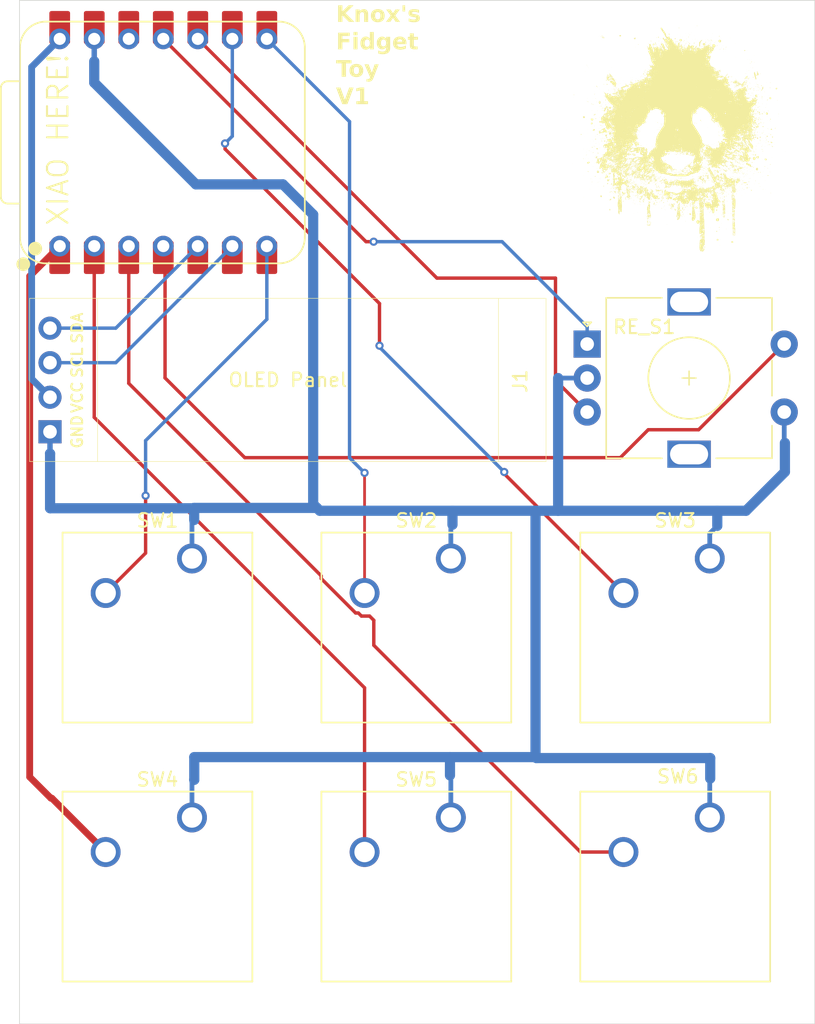
<source format=kicad_pcb>
(kicad_pcb (version 20241229) (generator "pcbnew") (generator_version "9.0")
  (layers (0 "F.Cu" signal) (2 "B.Cu" signal) (13 "F.Paste" user) (15 "B.Paste" user) (5 "F.SilkS" user "F.Silkscreen") (7 "B.SilkS" user "B.Silkscreen") (1 "F.Mask" user) (3 "B.Mask" user) (25 "Edge.Cuts" user))
  (net 0 "")
  (net 1 "GND")
  (net 2 "SDA")
  (net 3 "SCL")
  (net 4 "+5V")
  (net 5 "R_A")
  (net 6 "R_ESW")
  (net 7 "R_B")
  (net 8 "SW_1")
  (net 9 "SW_2")
  (net 10 "SW_3")
  (net 11 "SW_4")
  (net 12 "SW_5")
  (net 13 "SW_6")
  (footprint "OLED DISPLAY:SSD1306-0.91-OLED-4pin-128x32" (layer "F.Cu") (at 126.225 121.14 180)
    (property "Reference" "J1" (at 1.9 5.91 90) (layer "F.SilkS"))
    (property "Value" "OLED DISPLAY" (hide yes))
    (fp_text user "OLED Panel" (at 19 6 0) (layer "F.SilkS"))
    (fp_text user "SDA" (at 34.5 9.81 90) (layer "F.SilkS") (effects (font (size 0.8 0.8))))
    (fp_text user "VCC" (at 34.5 4.73 90) (layer "F.SilkS") (effects (font (size 0.8 0.8))))
    (fp_text user "SCL" (at 34.5 7.27 90) (layer "F.SilkS") (effects (font (size 0.8 0.8))))
    (fp_text user "GND" (at 34.5 2.19 90) (layer "F.SilkS") (effects (font (size 0.8 0.8))))
    (pad "1" thru_hole rect (at 36.5 2.19 180) (size 1.7 1.7) (drill 1) (layers "*.Cu" "*.Mask") (net 1 "GND"))
    (pad "2" thru_hole oval (at 36.5 4.73 180) (size 1.7 1.7) (drill 1) (layers "*.Cu" "*.Mask") (net 4 "+5V"))
    (pad "3" thru_hole oval (at 36.5 7.27 180) (size 1.7 1.7) (drill 1) (layers "*.Cu" "*.Mask") (net 3 "SCL"))
    (pad "4" thru_hole oval (at 36.5 9.81 180) (size 1.7 1.7) (drill 1) (layers "*.Cu" "*.Mask") (net 2 "SDA"))
  )
  (footprint "Button_Switch_Keyboard:SW_Cherry_MX_1.00u_PCB" (layer "F.Cu") (at 100.17125 147.32)
    (property "Reference" "SW4" (at -2.54 -2.794 0) (layer "F.SilkS"))
    (property "Value" "SW_Push")
    (pad "" np_thru_hole circle (at -7.62 5.08) (size 1.7 1.7) (drill 1.7) (layers "*.Cu" "*.Mask"))
    (pad "" np_thru_hole circle (at -2.54 5.08) (size 4 4) (drill 4) (layers "*.Cu" "*.Mask"))
    (pad "" np_thru_hole circle (at 2.54 5.08) (size 1.7 1.7) (drill 1.7) (layers "*.Cu" "*.Mask"))
    (pad "1" thru_hole circle (at 0 0) (size 2.2 2.2) (drill 1.5) (layers "*.Cu" "*.Mask") (net 1 "GND"))
    (pad "2" thru_hole circle (at -6.35 2.54) (size 2.2 2.2) (drill 1.5) (layers "*.Cu" "*.Mask") (net 11 "SW_4"))
  )
  (footprint "Button_Switch_Keyboard:SW_Cherry_MX_1.00u_PCB" (layer "F.Cu") (at 119.22125 128.27)
    (property "Reference" "SW2" (at -2.54 -2.794 0) (layer "F.SilkS"))
    (property "Value" "SW_Push")
    (pad "" np_thru_hole circle (at -7.62 5.08) (size 1.7 1.7) (drill 1.7) (layers "*.Cu" "*.Mask"))
    (pad "" np_thru_hole circle (at -2.54 5.08) (size 4 4) (drill 4) (layers "*.Cu" "*.Mask"))
    (pad "" np_thru_hole circle (at 2.54 5.08) (size 1.7 1.7) (drill 1.7) (layers "*.Cu" "*.Mask"))
    (pad "1" thru_hole circle (at 0 0) (size 2.2 2.2) (drill 1.5) (layers "*.Cu" "*.Mask") (net 1 "GND"))
    (pad "2" thru_hole circle (at -6.35 2.54) (size 2.2 2.2) (drill 1.5) (layers "*.Cu" "*.Mask") (net 9 "SW_2"))
  )
  (footprint "Button_Switch_Keyboard:SW_Cherry_MX_1.00u_PCB" (layer "F.Cu") (at 138.27125 147.32)
    (property "Reference" "SW6" (hide yes))
    (property "Value" "SW_Push")
    (pad "" np_thru_hole circle (at -7.62 5.08) (size 1.7 1.7) (drill 1.7) (layers "*.Cu" "*.Mask"))
    (pad "" np_thru_hole circle (at -2.54 5.08) (size 4 4) (drill 4) (layers "*.Cu" "*.Mask"))
    (pad "" np_thru_hole circle (at 2.54 5.08) (size 1.7 1.7) (drill 1.7) (layers "*.Cu" "*.Mask"))
    (pad "1" thru_hole circle (at 0 0) (size 2.2 2.2) (drill 1.5) (layers "*.Cu" "*.Mask") (net 1 "GND"))
    (pad "2" thru_hole circle (at -6.35 2.54) (size 2.2 2.2) (drill 1.5) (layers "*.Cu" "*.Mask") (net 13 "SW_6"))
  )
  (footprint "Button_Switch_Keyboard:SW_Cherry_MX_1.00u_PCB" (layer "F.Cu") (at 100.17125 128.27)
    (property "Reference" "SW1" (at -2.54 -2.794 0) (layer "F.SilkS"))
    (property "Value" "SW_Push")
    (pad "" np_thru_hole circle (at -7.62 5.08) (size 1.7 1.7) (drill 1.7) (layers "*.Cu" "*.Mask"))
    (pad "" np_thru_hole circle (at -2.54 5.08) (size 4 4) (drill 4) (layers "*.Cu" "*.Mask"))
    (pad "" np_thru_hole circle (at 2.54 5.08) (size 1.7 1.7) (drill 1.7) (layers "*.Cu" "*.Mask"))
    (pad "1" thru_hole circle (at 0 0) (size 2.2 2.2) (drill 1.5) (layers "*.Cu" "*.Mask") (net 1 "GND"))
    (pad "2" thru_hole circle (at -6.35 2.54) (size 2.2 2.2) (drill 1.5) (layers "*.Cu" "*.Mask") (net 8 "SW_1"))
  )
  (footprint "ROtary enc:RotaryEncoder_Alps_EC11E-Switch_Vertical_H20mm" (layer "F.Cu") (at 129.25 112.5)
    (property "Reference" "RE_S1" (at 4.2 -1.26 0) (layer "F.SilkS"))
    (property "Value" "RotaryEncoder_Switch" (hide yes))
    (pad "A" thru_hole rect (at 0 0) (size 2 2) (drill 1) (layers "*.Cu" "*.Mask") (net 5 "R_A"))
    (pad "B" thru_hole circle (at 0 5) (size 2 2) (drill 1) (layers "*.Cu" "*.Mask") (net 7 "R_B"))
    (pad "C" thru_hole circle (at 0 2.5) (size 2 2) (drill 1) (layers "*.Cu" "*.Mask") (net 1 "GND"))
    (pad "MP" thru_hole rect (at 7.5 -3.1) (size 3.2 2) (drill oval 2.8 1.5) (layers "*.Cu" "*.Mask"))
    (pad "MP" thru_hole rect (at 7.5 8.1) (size 3.2 2) (drill oval 2.8 1.5) (layers "*.Cu" "*.Mask"))
    (pad "S1" thru_hole circle (at 14.5 5) (size 2 2) (drill 1) (layers "*.Cu" "*.Mask") (net 1 "GND"))
    (pad "S2" thru_hole circle (at 14.5 0) (size 2 2) (drill 1) (layers "*.Cu" "*.Mask") (net 6 "R_ESW"))
  )
  (footprint "Pictures:Panda_negative4" (layer "F.Cu") (at 136 97)
    (property "Reference" "G***" (hide yes))
    (property "Value" "LOGO" (hide yes))
  )
  (footprint "Button_Switch_Keyboard:SW_Cherry_MX_1.00u_PCB" (layer "F.Cu") (at 119.22125 147.32)
    (property "Reference" "SW5" (at -2.54 -2.794 0) (layer "F.SilkS"))
    (property "Value" "SW_Push")
    (pad "" np_thru_hole circle (at -7.62 5.08) (size 1.7 1.7) (drill 1.7) (layers "*.Cu" "*.Mask"))
    (pad "" np_thru_hole circle (at -2.54 5.08) (size 4 4) (drill 4) (layers "*.Cu" "*.Mask"))
    (pad "" np_thru_hole circle (at 2.54 5.08) (size 1.7 1.7) (drill 1.7) (layers "*.Cu" "*.Mask"))
    (pad "1" thru_hole circle (at 0 0) (size 2.2 2.2) (drill 1.5) (layers "*.Cu" "*.Mask") (net 1 "GND"))
    (pad "2" thru_hole circle (at -6.35 2.54) (size 2.2 2.2) (drill 1.5) (layers "*.Cu" "*.Mask") (net 12 "SW_5"))
  )
  (footprint "Button_Switch_Keyboard:SW_Cherry_MX_1.00u_PCB" (layer "F.Cu") (at 138.27125 128.27)
    (property "Reference" "SW3" (at -2.54 -2.794 0) (layer "F.SilkS"))
    (property "Value" "SW_Push")
    (pad "" np_thru_hole circle (at -7.62 5.08) (size 1.7 1.7) (drill 1.7) (layers "*.Cu" "*.Mask"))
    (pad "" np_thru_hole circle (at -2.54 5.08) (size 4 4) (drill 4) (layers "*.Cu" "*.Mask"))
    (pad "" np_thru_hole circle (at 2.54 5.08) (size 1.7 1.7) (drill 1.7) (layers "*.Cu" "*.Mask"))
    (pad "1" thru_hole circle (at 0 0) (size 2.2 2.2) (drill 1.5) (layers "*.Cu" "*.Mask") (net 1 "GND"))
    (pad "2" thru_hole circle (at -6.35 2.54) (size 2.2 2.2) (drill 1.5) (layers "*.Cu" "*.Mask") (net 10 "SW_3"))
  )
  (footprint "OPL lib:XIAO-RP2040-DIP" (layer "F.Cu") (at 98.06 97.675 90)
    (property "Reference" "U1" (hide yes))
    (property "Value" "XIAO-RP2040-DIP")
    (pad "1" smd roundrect (at -8.455 -7.62 270) (size 2.432 1.524) (layers "F.Cu" "F.Mask") (roundrect_rratio 0.1) (net 11 "SW_4"))
    (pad "1" thru_hole circle (at -7.62 -7.62 270) (size 1.524 1.524) (drill 0.889) (layers "*.Cu" "*.Mask") (net 11 "SW_4"))
    (pad "2" smd roundrect (at -8.455 -5.08 270) (size 2.432 1.524) (layers "F.Cu" "F.Mask") (roundrect_rratio 0.1) (net 12 "SW_5"))
    (pad "2" thru_hole circle (at -7.62 -5.08 270) (size 1.524 1.524) (drill 0.889) (layers "*.Cu" "*.Mask") (net 12 "SW_5"))
    (pad "3" smd roundrect (at -8.455 -2.54 270) (size 2.432 1.524) (layers "F.Cu" "F.Mask") (roundrect_rratio 0.1) (net 13 "SW_6"))
    (pad "3" thru_hole circle (at -7.62 -2.54 270) (size 1.524 1.524) (drill 0.889) (layers "*.Cu" "*.Mask") (net 13 "SW_6"))
    (pad "4" smd roundrect (at -8.455 0 270) (size 2.432 1.524) (layers "F.Cu" "F.Mask") (roundrect_rratio 0.1) (net 6 "R_ESW"))
    (pad "4" thru_hole circle (at -7.62 0 270) (size 1.524 1.524) (drill 0.889) (layers "*.Cu" "*.Mask") (net 6 "R_ESW"))
    (pad "5" smd roundrect (at -8.455 2.54 270) (size 2.432 1.524) (layers "F.Cu" "F.Mask") (roundrect_rratio 0.1) (net 2 "SDA"))
    (pad "5" thru_hole circle (at -7.62 2.54 270) (size 1.524 1.524) (drill 0.889) (layers "*.Cu" "*.Mask") (net 2 "SDA"))
    (pad "6" smd roundrect (at -8.455 5.08 270) (size 2.432 1.524) (layers "F.Cu" "F.Mask") (roundrect_rratio 0.1) (net 3 "SCL"))
    (pad "6" thru_hole circle (at -7.62 5.08 270) (size 1.524 1.524) (drill 0.889) (layers "*.Cu" "*.Mask") (net 3 "SCL"))
    (pad "7" smd roundrect (at -8.455 7.62 270) (size 2.432 1.524) (layers "F.Cu" "F.Mask") (roundrect_rratio 0.1) (net 8 "SW_1"))
    (pad "7" thru_hole circle (at -7.62 7.62 270) (size 1.524 1.524) (drill 0.889) (layers "*.Cu" "*.Mask") (net 8 "SW_1"))
    (pad "8" thru_hole circle (at 7.62 7.62 90) (size 1.524 1.524) (drill 0.889) (layers "*.Cu" "*.Mask") (net 9 "SW_2"))
    (pad "8" smd roundrect (at 8.455 7.62 90) (size 2.432 1.524) (layers "F.Cu" "F.Mask") (roundrect_rratio 0.1) (net 9 "SW_2"))
    (pad "9" thru_hole circle (at 7.62 5.08 90) (size 1.524 1.524) (drill 0.889) (layers "*.Cu" "*.Mask") (net 10 "SW_3"))
    (pad "9" smd roundrect (at 8.455 5.08 90) (size 2.432 1.524) (layers "F.Cu" "F.Mask") (roundrect_rratio 0.1) (net 10 "SW_3"))
    (pad "10" thru_hole circle (at 7.62 2.54 90) (size 1.524 1.524) (drill 0.889) (layers "*.Cu" "*.Mask") (net 7 "R_B"))
    (pad "10" smd roundrect (at 8.455 2.54 90) (size 2.432 1.524) (layers "F.Cu" "F.Mask") (roundrect_rratio 0.1) (net 7 "R_B"))
    (pad "11" thru_hole circle (at 7.62 0 90) (size 1.524 1.524) (drill 0.889) (layers "*.Cu" "*.Mask") (net 5 "R_A"))
    (pad "11" smd roundrect (at 8.455 0 90) (size 2.432 1.524) (layers "F.Cu" "F.Mask") (roundrect_rratio 0.1) (net 5 "R_A"))
    (pad "12" thru_hole circle (at 7.62 -2.54 90) (size 1.524 1.524) (drill 0.889) (layers "*.Cu" "*.Mask"))
    (pad "12" smd roundrect (at 8.455 -2.54 90) (size 2.432 1.524) (layers "F.Cu" "F.Mask") (roundrect_rratio 0.1))
    (pad "13" thru_hole circle (at 7.62 -5.08 90) (size 1.524 1.524) (drill 0.889) (layers "*.Cu" "*.Mask") (net 1 "GND"))
    (pad "13" smd roundrect (at 8.455 -5.08 90) (size 2.432 1.524) (layers "F.Cu" "F.Mask") (roundrect_rratio 0.1) (net 1 "GND"))
    (pad "14" thru_hole circle (at 7.62 -7.62 90) (size 1.524 1.524) (drill 0.889) (layers "*.Cu" "*.Mask") (net 4 "+5V"))
    (pad "14" smd roundrect (at 8.455 -7.62 90) (size 2.432 1.524) (layers "F.Cu" "F.Mask") (roundrect_rratio 0.1) (net 4 "+5V"))
  )
  (gr_rect (start 87.48 87.22) (end 146 162.5) (stroke (width 0.05)) (fill no) (layer "Edge.Cuts"))
  (gr_text "XIAO HERE!" (at 91.195 103.89 90) (layer "F.SilkS") (effects (font (size 1.5 1.5)) (justify left bottom)))
  (gr_text "Knox's\nFidget\nToy\nV1" (at 110.77 95.06 0) (layer "F.SilkS") (effects (font (size 1.2 1.2) (thickness 0.24) (bold yes)) (justify left bottom)))
  (gr_text "SW6" (at 135.925 144.3 0) (layer "F.SilkS") (effects (font (size 1 1))))
  (segment (start 125.445 142.88) (end 125.515 142.95) (width 0.75) (layer "B.Cu") (net 1))
  (segment (start 140.94 124.76) (end 143.8 121.9) (width 0.75) (layer "B.Cu") (net 1))
  (segment (start 92.98 90.055) (end 92.98 91.705) (width 0.4) (layer "B.Cu") (net 1))
  (segment (start 100.17125 147.32) (end 100.17125 144.71375) (width 0.35) (layer "B.Cu") (net 1))
  (segment (start 138.825 124.76) (end 140.94 124.76) (width 0.75) (layer "B.Cu") (net 1))
  (segment (start 138.27125 144.48875) (end 138.305 144.455) (width 0.35) (layer "B.Cu") (net 1))
  (segment (start 119.22125 144.29125) (end 119.155 144.225) (width 0.35) (layer "B.Cu") (net 1))
  (segment (start 100.17125 128.27) (end 100.17125 125.60375) (width 0.35) (layer "B.Cu") (net 1))
  (segment (start 143.75 117.5) (end 143.75 119.72) (width 0.35) (layer "B.Cu") (net 1))
  (segment (start 109.365 124.55) (end 109.575 124.76) (width 0.75) (layer "B.Cu") (net 1))
  (segment (start 125.445 142.88) (end 119.155 142.88) (width 0.75) (layer "B.Cu") (net 1))
  (segment (start 138.27125 126.42375) (end 138.825 125.87) (width 0.35) (layer "B.Cu") (net 1))
  (segment (start 89.73 124.57) (end 89.73 120.56) (width 0.75) (layer "B.Cu") (net 1))
  (segment (start 100.309 124.576) (end 89.736 124.576) (width 0.75) (layer "B.Cu") (net 1))
  (segment (start 138.305 142.95) (end 138.305 144.455) (width 0.75) (layer "B.Cu") (net 1))
  (segment (start 119.22125 128.27) (end 119.22125 125.90875) (width 0.35) (layer "B.Cu") (net 1))
  (segment (start 125.45 124.76) (end 125.45 142.875) (width 0.75) (layer "B.Cu") (net 1))
  (segment (start 100.335 124.55) (end 100.335 125.44) (width 0.75) (layer "B.Cu") (net 1))
  (segment (start 127.115 124.76) (end 138.825 124.76) (width 0.75) (layer "B.Cu") (net 1))
  (segment (start 106.865 100.755) (end 109.09 102.98) (width 0.75) (layer "B.Cu") (net 1))
  (segment (start 109.575 124.76) (end 119.34 124.76) (width 0.75) (layer "B.Cu") (net 1))
  (segment (start 92.98 93.275) (end 100.46 100.755) (width 0.75) (layer "B.Cu") (net 1))
  (segment (start 89.725 120.555) (end 89.725 118.95) (width 0.4) (layer "B.Cu") (net 1))
  (segment (start 109.365 124.55) (end 100.335 124.55) (width 0.75) (layer "B.Cu") (net 1))
  (segment (start 100.46 100.755) (end 106.865 100.755) (width 0.75) (layer "B.Cu") (net 1))
  (segment (start 89.736 124.576) (end 89.73 124.57) (width 0.75) (layer "B.Cu") (net 1))
  (segment (start 109.09 124.275) (end 109.365 124.55) (width 0.75) (layer "B.Cu") (net 1))
  (segment (start 119.155 142.88) (end 119.155 144.225) (width 0.75) (layer "B.Cu") (net 1))
  (segment (start 119.22125 147.32) (end 119.22125 144.29125) (width 0.35) (layer "B.Cu") (net 1))
  (segment (start 138.27125 128.27) (end 138.27125 126.42375) (width 0.35) (layer "B.Cu") (net 1))
  (segment (start 100.17125 144.71375) (end 100.34 144.545) (width 0.35) (layer "B.Cu") (net 1))
  (segment (start 89.73 120.56) (end 89.725 120.555) (width 0.75) (layer "B.Cu") (net 1))
  (segment (start 125.515 142.95) (end 138.305 142.95) (width 0.75) (layer "B.Cu") (net 1))
  (segment (start 125.45 142.875) (end 125.445 142.88) (width 0.75) (layer "B.Cu") (net 1))
  (segment (start 92.98 93.275) (end 92.98 91.705) (width 0.75) (layer "B.Cu") (net 1))
  (segment (start 100.17125 125.60375) (end 100.335 125.44) (width 0.35) (layer "B.Cu") (net 1))
  (segment (start 119.34 124.76) (end 119.34 125.79) (width 0.75) (layer "B.Cu") (net 1))
  (segment (start 125.45 124.76) (end 127.115 124.76) (width 0.75) (layer "B.Cu") (net 1))
  (segment (start 129.25 115) (end 127.115 115) (width 0.35) (layer "B.Cu") (net 1))
  (segment (start 127.115 124.76) (end 127.115 115) (width 0.75) (layer "B.Cu") (net 1))
  (segment (start 119.22125 125.90875) (end 119.34 125.79) (width 0.35) (layer "B.Cu") (net 1))
  (segment (start 119.34 124.76) (end 125.45 124.76) (width 0.75) (layer "B.Cu") (net 1))
  (segment (start 100.34 144.545) (end 100.335 144.55) (width 0.75) (layer "B.Cu") (net 1))
  (segment (start 100.34 142.88) (end 100.34 144.545) (width 0.75) (layer "B.Cu") (net 1))
  (segment (start 100.335 124.55) (end 100.309 124.576) (width 0.75) (layer "B.Cu") (net 1))
  (segment (start 143.8 121.9) (end 143.8 119.77) (width 0.75) (layer "B.Cu") (net 1))
  (segment (start 109.09 102.98) (end 109.09 124.275) (width 0.75) (layer "B.Cu") (net 1))
  (segment (start 138.825 124.76) (end 138.825 125.87) (width 0.75) (layer "B.Cu") (net 1))
  (segment (start 138.27125 147.32) (end 138.27125 144.48875) (width 0.35) (layer "B.Cu") (net 1))
  (segment (start 143.75 119.72) (end 143.8 119.77) (width 0.35) (layer "B.Cu") (net 1))
  (segment (start 119.155 142.88) (end 100.34 142.88) (width 0.75) (layer "B.Cu") (net 1))
  (segment (start 89.725 111.33) (end 94.565 111.33) (width 0.25) (layer "B.Cu") (net 2))
  (segment (start 94.565 111.33) (end 100.6 105.295) (width 0.25) (layer "B.Cu") (net 2))
  (segment (start 89.725 113.87) (end 94.565 113.87) (width 0.25) (layer "B.Cu") (net 3))
  (segment (start 94.565 113.87) (end 103.14 105.295) (width 0.25) (layer "B.Cu") (net 3))
  (segment (start 89.725 116.41) (end 88.374 115.059) (width 0.5) (layer "B.Cu") (net 4))
  (segment (start 88.374 115.059) (end 88.374 92.121) (width 0.5) (layer "B.Cu") (net 4))
  (segment (start 89.83 116.41) (end 89.93 116.31) (width 0.25) (layer "B.Cu") (net 4))
  (segment (start 88.374 92.121) (end 90.44 90.055) (width 0.5) (layer "B.Cu") (net 4))
  (segment (start 89.725 116.41) (end 89.08 116.41) (width 0.25) (layer "B.Cu") (net 4))
  (segment (start 89.725 116.41) (end 89.725 116.395) (width 0.25) (layer "B.Cu") (net 4))
  (segment (start 112.975 104.97) (end 98.06 90.055) (width 0.25) (layer "F.Cu") (net 5))
  (segment (start 113.54 104.97) (end 112.975 104.97) (width 0.25) (layer "F.Cu") (net 5))
  (via (at 113.54 104.97) (size 0.6) (drill 0.3) (layers "F.Cu" "B.Cu") (net 5))
  (segment (start 122.99 104.97) (end 113.54 104.97) (width 0.25) (layer "B.Cu") (net 5))
  (segment (start 125.67 107.65) (end 122.99 104.97) (width 0.25) (layer "B.Cu") (net 5))
  (segment (start 129.25 112.5) (end 129.25 111.23) (width 0.25) (layer "B.Cu") (net 5))
  (segment (start 129.25 111.23) (end 125.67 107.65) (width 0.25) (layer "B.Cu") (net 5))
  (segment (start 98.19 105.425) (end 98.06 105.295) (width 0.2) (layer "F.Cu") (net 6))
  (segment (start 131.69 120.855) (end 104.055 120.855) (width 0.25) (layer "F.Cu") (net 6))
  (segment (start 133.744 118.801) (end 131.69 120.855) (width 0.25) (layer "F.Cu") (net 6))
  (segment (start 98.19 114.99) (end 98.19 105.425) (width 0.25) (layer "F.Cu") (net 6))
  (segment (start 104.055 120.855) (end 98.19 114.99) (width 0.25) (layer "F.Cu") (net 6))
  (segment (start 137.449 118.801) (end 133.744 118.801) (width 0.25) (layer "F.Cu") (net 6))
  (segment (start 143.75 112.5) (end 137.449 118.801) (width 0.25) (layer "F.Cu") (net 6))
  (segment (start 118.195 107.65) (end 100.6 90.055) (width 0.25) (layer "F.Cu") (net 7))
  (segment (start 126.92 107.65) (end 118.195 107.65) (width 0.25) (layer "F.Cu") (net 7))
  (segment (start 126.92 115.17) (end 126.92 107.65) (width 0.25) (layer "F.Cu") (net 7))
  (segment (start 129.25 117.5) (end 126.92 115.17) (width 0.25) (layer "F.Cu") (net 7))
  (segment (start 93.82125 130.81) (end 96.76 127.87125) (width 0.25) (layer "F.Cu") (net 8))
  (segment (start 96.76 127.87125) (end 96.76 123.65) (width 0.25) (layer "F.Cu") (net 8))
  (via (at 96.76 123.65) (size 0.6) (drill 0.3) (layers "F.Cu" "B.Cu") (net 8))
  (segment (start 105.68 110.68) (end 105.68 105.295) (width 0.25) (layer "B.Cu") (net 8))
  (segment (start 96.76 119.6) (end 105.68 110.68) (width 0.25) (layer "B.Cu") (net 8))
  (segment (start 96.76 123.65) (end 96.76 119.6) (width 0.25) (layer "B.Cu") (net 8))
  (segment (start 112.87125 130.81) (end 112.87125 121.97125) (width 0.2) (layer "F.Cu") (net 9))
  (segment (start 112.87125 121.97125) (end 112.87 121.97) (width 0.2) (layer "F.Cu") (net 9))
  (via (at 112.87 121.97) (size 0.6) (drill 0.3) (layers "F.Cu" "B.Cu") (net 9))
  (segment (start 111.765 96.14) (end 111.765 120.865) (width 0.25) (layer "B.Cu") (net 9))
  (segment (start 105.68 90.055) (end 111.765 96.14) (width 0.25) (layer "B.Cu") (net 9))
  (segment (start 111.765 120.865) (end 112.87 121.97) (width 0.25) (layer "B.Cu") (net 9))
  (segment (start 102.61 98.16) (end 102.61 97.751372) (width 0.25) (layer "F.Cu") (net 10))
  (segment (start 113.97 112.62) (end 113.97 109.54) (width 0.25) (layer "F.Cu") (net 10))
  (segment (start 131.92125 130.81) (end 123.15 122.03875) (width 0.25) (layer "F.Cu") (net 10))
  (segment (start 102.61 97.751372) (end 102.604314 97.745686) (width 0.2) (layer "F.Cu") (net 10))
  (segment (start 113.97 109.54) (end 113.98 109.53) (width 0.2) (layer "F.Cu") (net 10))
  (segment (start 113.98 109.53) (end 102.61 98.16) (width 0.25) (layer "F.Cu") (net 10))
  (segment (start 123.15 122.03875) (end 123.15 121.91) (width 0.2) (layer "F.Cu") (net 10))
  (via (at 102.604314 97.745686) (size 0.6) (drill 0.3) (layers "F.Cu" "B.Cu") (net 10))
  (via (at 123.15 121.91) (size 0.6) (drill 0.3) (layers "F.Cu" "B.Cu") (net 10))
  (via (at 113.97 112.62) (size 0.6) (drill 0.3) (layers "F.Cu" "B.Cu") (net 10))
  (segment (start 113.97 112.73) (end 113.97 112.62) (width 0.2) (layer "B.Cu") (net 10))
  (segment (start 123.15 121.91) (end 113.97 112.73) (width 0.25) (layer "B.Cu") (net 10))
  (segment (start 103.14 97.21) (end 103.14 90.055) (width 0.25) (layer "B.Cu") (net 10))
  (segment (start 102.604314 97.745686) (end 102.61 97.74) (width 0.2) (layer "B.Cu") (net 10))
  (segment (start 102.61 97.74) (end 103.14 97.21) (width 0.25) (layer "B.Cu") (net 10))
  (segment (start 93.82125 149.86) (end 89.86225 145.901) (width 0.5) (layer "F.Cu") (net 11))
  (segment (start 88.231 107.504) (end 90.44 105.295) (width 0.5) (layer "F.Cu") (net 11))
  (segment (start 89.86225 145.901) (end 89.79 145.901) (width 0.5) (layer "F.Cu") (net 11))
  (segment (start 88.231 144.342) (end 88.231 107.504) (width 0.5) (layer "F.Cu") (net 11))
  (segment (start 89.79 145.901) (end 88.231 144.342) (width 0.5) (layer "F.Cu") (net 11))
  (segment (start 112.87125 149.86) (end 112.87125 137.78125) (width 0.25) (layer "F.Cu") (net 12))
  (segment (start 112.87125 137.78125) (end 92.98 117.89) (width 0.25) (layer "F.Cu") (net 12))
  (segment (start 92.98 117.89) (end 92.98 105.295) (width 0.25) (layer "F.Cu") (net 12))
  (segment (start 95.52 115.39) (end 95.52 105.295) (width 0.25) (layer "F.Cu") (net 13))
  (segment (start 112.64 132.505) (end 112.415 132.28) (width 0.25) (layer "F.Cu") (net 13))
  (segment (start 113.55 132.815) (end 113.24 132.505) (width 0.25) (layer "F.Cu") (net 13))
  (segment (start 112.415 132.28) (end 112.215 132.28) (width 0.25) (layer "F.Cu") (net 13))
  (segment (start 109.68 129.55) (end 95.52 115.39) (width 0.25) (layer "F.Cu") (net 13))
  (segment (start 131.92125 149.86) (end 128.76 149.86) (width 0.25) (layer "F.Cu") (net 13))
  (segment (start 128.76 149.86) (end 113.55 134.65) (width 0.25) (layer "F.Cu") (net 13))
  (segment (start 113.55 134.65) (end 113.55 132.815) (width 0.25) (layer "F.Cu") (net 13))
  (segment (start 112.215 132.28) (end 109.68 129.745) (width 0.25) (layer "F.Cu") (net 13))
  (segment (start 113.24 132.505) (end 112.64 132.505) (width 0.25) (layer "F.Cu") (net 13))
  (segment (start 109.68 129.745) (end 109.68 129.55) (width 0.25) (layer "F.Cu") (net 13))
)
</source>
